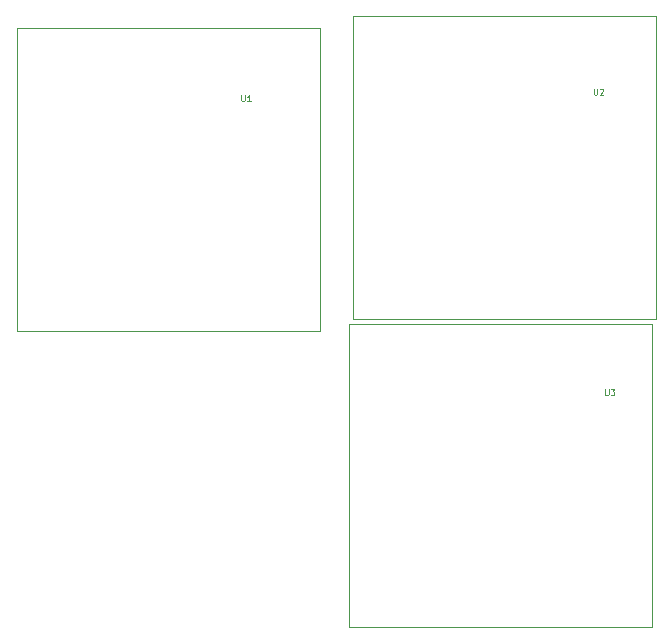
<source format=gbr>
%TF.GenerationSoftware,KiCad,Pcbnew,(5.1.10)-1*%
%TF.CreationDate,2022-12-01T07:21:36-06:00*%
%TF.ProjectId,perovskite_contact_board,7065726f-7673-46b6-9974-655f636f6e74,A*%
%TF.SameCoordinates,Original*%
%TF.FileFunction,Legend,Top*%
%TF.FilePolarity,Positive*%
%FSLAX46Y46*%
G04 Gerber Fmt 4.6, Leading zero omitted, Abs format (unit mm)*
G04 Created by KiCad (PCBNEW (5.1.10)-1) date 2022-12-01 07:21:36*
%MOMM*%
%LPD*%
G01*
G04 APERTURE LIST*
%ADD10C,0.120000*%
%ADD11C,0.100000*%
G04 APERTURE END LIST*
D10*
%TO.C,U3*%
X148898960Y-115460500D02*
X148898960Y-141110500D01*
X174548960Y-115460500D02*
X174548960Y-141110500D01*
X148898960Y-141110500D02*
X174548960Y-141110500D01*
X148898960Y-115460500D02*
X174548960Y-115460500D01*
%TO.C,U1*%
X120735500Y-90364000D02*
X146385500Y-90364000D01*
X120735500Y-116014000D02*
X146385500Y-116014000D01*
X146385500Y-90364000D02*
X146385500Y-116014000D01*
X120735500Y-90364000D02*
X120735500Y-116014000D01*
%TO.C,U2*%
X149180000Y-89385500D02*
X174830000Y-89385500D01*
X149180000Y-115035500D02*
X174830000Y-115035500D01*
X174830000Y-89385500D02*
X174830000Y-115035500D01*
X149180000Y-89385500D02*
X149180000Y-115035500D01*
%TO.C,U3*%
D11*
X170561047Y-120982690D02*
X170561047Y-121387452D01*
X170584857Y-121435071D01*
X170608666Y-121458880D01*
X170656285Y-121482690D01*
X170751523Y-121482690D01*
X170799142Y-121458880D01*
X170822952Y-121435071D01*
X170846761Y-121387452D01*
X170846761Y-120982690D01*
X171037238Y-120982690D02*
X171346761Y-120982690D01*
X171180095Y-121173166D01*
X171251523Y-121173166D01*
X171299142Y-121196976D01*
X171322952Y-121220785D01*
X171346761Y-121268404D01*
X171346761Y-121387452D01*
X171322952Y-121435071D01*
X171299142Y-121458880D01*
X171251523Y-121482690D01*
X171108666Y-121482690D01*
X171061047Y-121458880D01*
X171037238Y-121435071D01*
%TO.C,U1*%
X139752827Y-96094470D02*
X139752827Y-96499232D01*
X139776637Y-96546851D01*
X139800446Y-96570660D01*
X139848065Y-96594470D01*
X139943303Y-96594470D01*
X139990922Y-96570660D01*
X140014732Y-96546851D01*
X140038541Y-96499232D01*
X140038541Y-96094470D01*
X140538541Y-96594470D02*
X140252827Y-96594470D01*
X140395684Y-96594470D02*
X140395684Y-96094470D01*
X140348065Y-96165899D01*
X140300446Y-96213518D01*
X140252827Y-96237327D01*
%TO.C,U2*%
X169604487Y-95542690D02*
X169604487Y-95947452D01*
X169628297Y-95995071D01*
X169652106Y-96018880D01*
X169699725Y-96042690D01*
X169794963Y-96042690D01*
X169842582Y-96018880D01*
X169866392Y-95995071D01*
X169890201Y-95947452D01*
X169890201Y-95542690D01*
X170104487Y-95590309D02*
X170128297Y-95566500D01*
X170175916Y-95542690D01*
X170294963Y-95542690D01*
X170342582Y-95566500D01*
X170366392Y-95590309D01*
X170390201Y-95637928D01*
X170390201Y-95685547D01*
X170366392Y-95756976D01*
X170080678Y-96042690D01*
X170390201Y-96042690D01*
%TD*%
M02*

</source>
